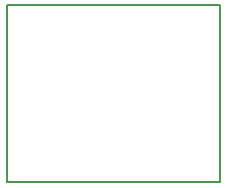
<source format=gbr>
%TF.GenerationSoftware,KiCad,Pcbnew,7.0.2-0*%
%TF.CreationDate,2024-02-15T18:07:51+00:00*%
%TF.ProjectId,rotor_test,726f746f-725f-4746-9573-742e6b696361,rev?*%
%TF.SameCoordinates,Original*%
%TF.FileFunction,Profile,NP*%
%FSLAX46Y46*%
G04 Gerber Fmt 4.6, Leading zero omitted, Abs format (unit mm)*
G04 Created by KiCad (PCBNEW 7.0.2-0) date 2024-02-15 18:07:51*
%MOMM*%
%LPD*%
G01*
G04 APERTURE LIST*
%TA.AperFunction,Profile*%
%ADD10C,0.200000*%
%TD*%
G04 APERTURE END LIST*
D10*
X58166000Y-46990000D02*
X76200000Y-46990000D01*
X76200000Y-61976000D01*
X58166000Y-61976000D01*
X58166000Y-46990000D01*
M02*

</source>
